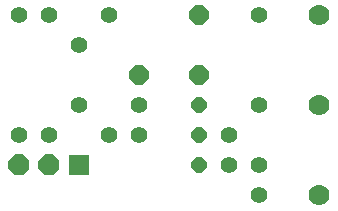
<source format=gtl>
G75*
%MOIN*%
%OFA0B0*%
%FSLAX25Y25*%
%IPPOS*%
%LPD*%
%AMOC8*
5,1,8,0,0,1.08239X$1,22.5*
%
%ADD10C,0.05543*%
%ADD11OC8,0.06496*%
%ADD12C,0.07000*%
%ADD13OC8,0.05150*%
%ADD14OC8,0.07000*%
%ADD15R,0.07000X0.07000*%
D10*
X0011000Y0031000D03*
X0021000Y0031000D03*
X0031000Y0041000D03*
X0041000Y0031000D03*
X0051000Y0031000D03*
X0051000Y0041000D03*
X0031000Y0061000D03*
X0021000Y0071000D03*
X0011000Y0071000D03*
X0041000Y0071000D03*
X0091000Y0071000D03*
X0091000Y0041000D03*
X0081000Y0031000D03*
X0081000Y0021000D03*
X0091000Y0021000D03*
X0091000Y0011000D03*
D11*
X0071000Y0051000D03*
X0051000Y0051000D03*
X0071000Y0071000D03*
D12*
X0111000Y0071000D03*
X0111000Y0041000D03*
X0111000Y0011000D03*
D13*
X0071000Y0021000D03*
X0071000Y0031000D03*
X0071000Y0041000D03*
D14*
X0011000Y0021000D03*
X0021000Y0021000D03*
D15*
X0031000Y0021000D03*
M02*

</source>
